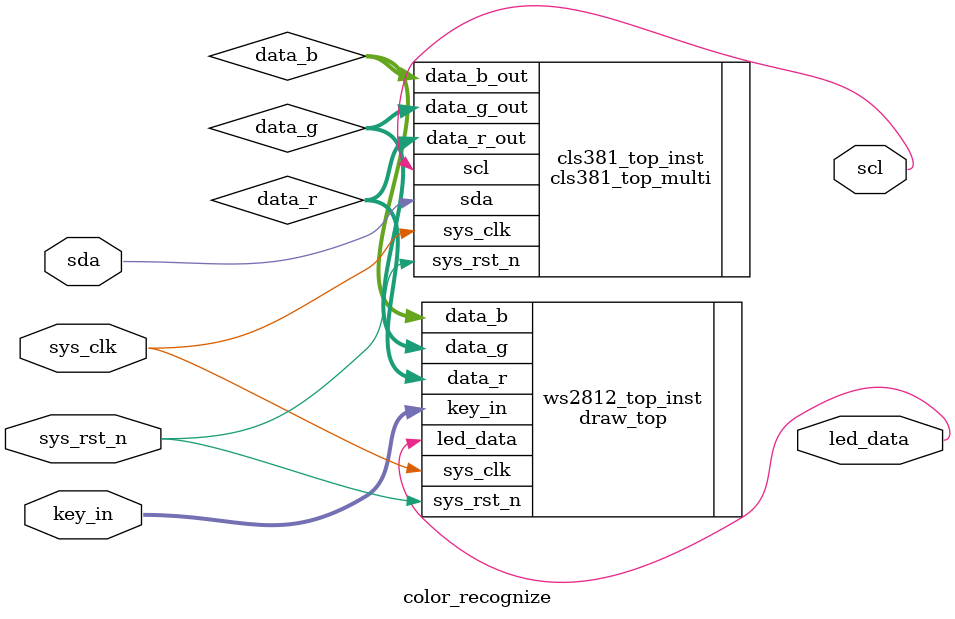
<source format=v>
module  color_recognize
(
	input	wire			sys_clk		,
	input	wire			sys_rst_n	,
	input	wire	[4:0]	key_in		,
	output	wire			scl			,
	output	wire			led_data	,
	
	inout	wire			sda	
);

wire	r_valid  ;
wire	g_valid  ;
wire	b_valid  ;
wire	[7:0]	data_r;
wire	[7:0]	data_g;
wire	[7:0]	data_b;

draw_top  ws2812_top_inst
(
	.sys_clk	(sys_clk	),
	.sys_rst_n	(sys_rst_n	),
	.key_in		(key_in		),
	.data_r		(data_r	)	,
	.data_g		(data_g	)	,
	.data_b		(data_b	)	,
	.led_data   (led_data    )
);

cls381_top_multi  cls381_top_inst
(
	.sys_clk	(sys_clk	)	,
	.sys_rst_n	(sys_rst_n	)	,
	.scl		(scl		)	,
	.data_r_out		(data_r	)	,
	.data_g_out		(data_g	)	,
	.data_b_out		(data_b	)	,
	.sda			(sda		)
);
endmodule

</source>
